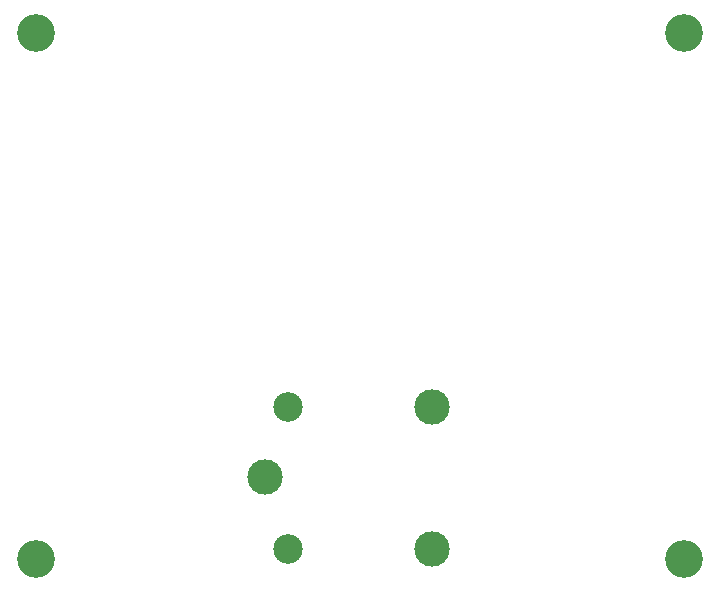
<source format=gbr>
%TF.GenerationSoftware,KiCad,Pcbnew,(5.1.12)-1*%
%TF.CreationDate,2022-08-07T17:33:45+09:00*%
%TF.ProjectId,STAC,53544143-2e6b-4696-9361-645f70636258,rev?*%
%TF.SameCoordinates,Original*%
%TF.FileFunction,Soldermask,Bot*%
%TF.FilePolarity,Negative*%
%FSLAX46Y46*%
G04 Gerber Fmt 4.6, Leading zero omitted, Abs format (unit mm)*
G04 Created by KiCad (PCBNEW (5.1.12)-1) date 2022-08-07 17:33:45*
%MOMM*%
%LPD*%
G01*
G04 APERTURE LIST*
%ADD10C,2.500000*%
%ADD11C,3.000000*%
%ADD12C,3.200000*%
G04 APERTURE END LIST*
D10*
%TO.C,K1*%
X97835000Y-90759000D03*
D11*
X110035000Y-90759000D03*
X110085000Y-78709000D03*
D10*
X97835000Y-78759000D03*
D11*
X95885000Y-84709000D03*
%TD*%
D12*
%TO.C,H1*%
X131366000Y-47069000D03*
%TD*%
%TO.C,H2*%
X76533000Y-91615000D03*
%TD*%
%TO.C,H3*%
X131366000Y-91615000D03*
%TD*%
%TO.C,H4*%
X76533000Y-47069000D03*
%TD*%
M02*

</source>
